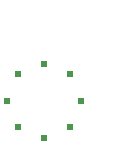
<source format=gbr>
%FSLAX26Y26*%
%MOIN*%
%TF.FileFunction,Plated,1,8,PTH*%
%TF.Part,Single*%
%LPD*%
%TA.DrillTolerance,0.002,0.001*%
%TA.AperFunction,ComponentDrill%
%ADD10C,0.014000*%
%TA.AperFunction,Other,SpecialDrill*%
%ADD11C,0.024000*%
%TA.AperFunction,Other,SpecialDrill*%
%TA.DrillTolerance,0.015,0.015*%
%TA.AperFunction,MechanicalDrill*%
%ADD12C,0.043000*%
%ADD13C,0.022000*%
%TD.AperFunction*%
%TD.DrillTolerance*%
G01*
D10*
X0234Y0D03*
X100000D01*
Y325000D03*
X217000Y300000D03*
X192000Y325000D03*
X292000Y275000D03*
X192000D03*
X292000Y325000D03*
X267000Y300000D03*
D11*
X124000Y0D03*
X0Y-124000D03*
X-124000Y0D03*
X88000Y88000D03*
X-88000D03*
X0Y124000D03*
X88000Y-88000D03*
X-88000D03*




M02*

</source>
